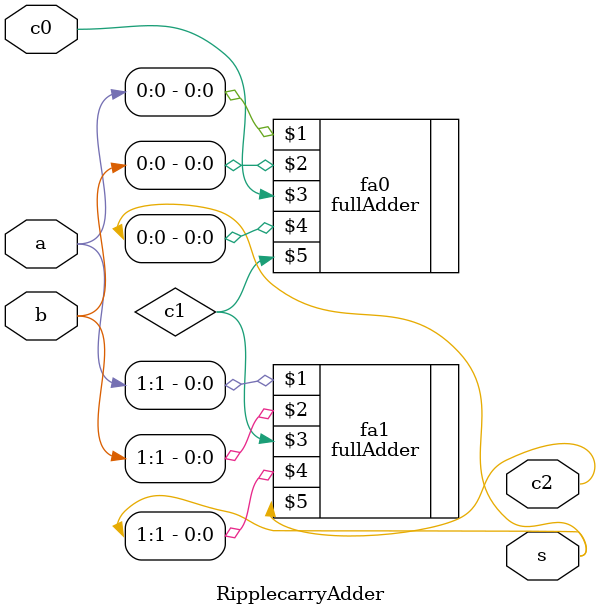
<source format=v>
`timescale 1ns / 1ps
module RipplecarryAdder(
    input c0,
    input [1:0] a,
    input [1:0] b,
    output c2,
    output [1:0] s
    );
	
	 wire c1;
	
	 fullAdder fa0(a[0],b[0],c0,s[0],c1);
	 fullAdder fa1(a[1],b[1],c1,s[1],c2);
	 
	 
endmodule

</source>
